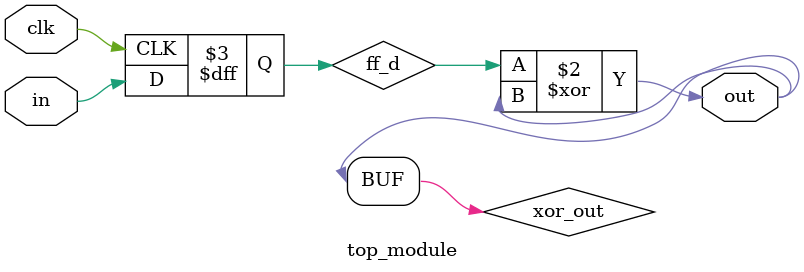
<source format=sv>
module top_module (
	input clk,
	input in,
	output logic out
);

// D flip-flop
logic ff_d;
always @(posedge clk)
    ff_d <= in;

// Two-input XOR
logic xor_out;
assign xor_out = ff_d ^ out;

// Output
assign out = xor_out;

endmodule

</source>
